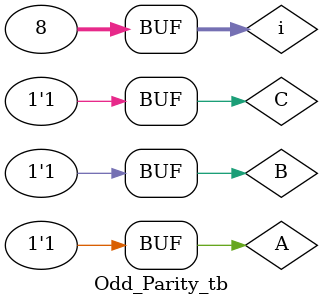
<source format=v>

module Odd_Parity(A,B,C,out);

input A,B,C;
output reg out;
always@(A,B,C)
begin
	out=~(A^B^C);
end


endmodule

// testbench


module Odd_Parity_tb(
    );
reg A,B,C;
wire out;
Odd_Parity DUT(A,B,C,out);
integer i;
initial
begin
	for(i=0;i<8;i=i+1)
	begin
		{A,B,C}=i;
		#10;
	end
end
initial
begin
$monitor($time," A=%d B=%d C=%d out=%d",A,B,C,out);
end


endmodule



</source>
